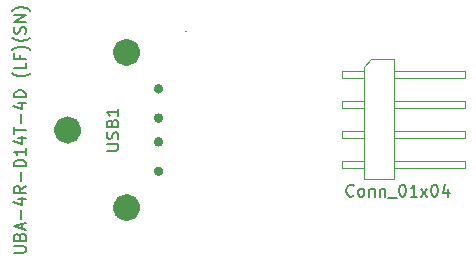
<source format=gbr>
G04 #@! TF.GenerationSoftware,KiCad,Pcbnew,8.0.4*
G04 #@! TF.CreationDate,2024-08-15T12:45:58+02:00*
G04 #@! TF.ProjectId,usb A,75736220-412e-46b6-9963-61645f706362,rev?*
G04 #@! TF.SameCoordinates,Original*
G04 #@! TF.FileFunction,AssemblyDrawing,Top*
%FSLAX46Y46*%
G04 Gerber Fmt 4.6, Leading zero omitted, Abs format (unit mm)*
G04 Created by KiCad (PCBNEW 8.0.4) date 2024-08-15 12:45:58*
%MOMM*%
%LPD*%
G01*
G04 APERTURE LIST*
%ADD10C,0.150000*%
%ADD11C,1.150000*%
%ADD12C,0.400000*%
%ADD13C,0.060000*%
%ADD14C,0.100000*%
G04 APERTURE END LIST*
D10*
X64754819Y-84404762D02*
X65564342Y-84404762D01*
X65564342Y-84404762D02*
X65659580Y-84357143D01*
X65659580Y-84357143D02*
X65707200Y-84309524D01*
X65707200Y-84309524D02*
X65754819Y-84214286D01*
X65754819Y-84214286D02*
X65754819Y-84023810D01*
X65754819Y-84023810D02*
X65707200Y-83928572D01*
X65707200Y-83928572D02*
X65659580Y-83880953D01*
X65659580Y-83880953D02*
X65564342Y-83833334D01*
X65564342Y-83833334D02*
X64754819Y-83833334D01*
X65231009Y-83023810D02*
X65278628Y-82880953D01*
X65278628Y-82880953D02*
X65326247Y-82833334D01*
X65326247Y-82833334D02*
X65421485Y-82785715D01*
X65421485Y-82785715D02*
X65564342Y-82785715D01*
X65564342Y-82785715D02*
X65659580Y-82833334D01*
X65659580Y-82833334D02*
X65707200Y-82880953D01*
X65707200Y-82880953D02*
X65754819Y-82976191D01*
X65754819Y-82976191D02*
X65754819Y-83357143D01*
X65754819Y-83357143D02*
X64754819Y-83357143D01*
X64754819Y-83357143D02*
X64754819Y-83023810D01*
X64754819Y-83023810D02*
X64802438Y-82928572D01*
X64802438Y-82928572D02*
X64850057Y-82880953D01*
X64850057Y-82880953D02*
X64945295Y-82833334D01*
X64945295Y-82833334D02*
X65040533Y-82833334D01*
X65040533Y-82833334D02*
X65135771Y-82880953D01*
X65135771Y-82880953D02*
X65183390Y-82928572D01*
X65183390Y-82928572D02*
X65231009Y-83023810D01*
X65231009Y-83023810D02*
X65231009Y-83357143D01*
X65469104Y-82404762D02*
X65469104Y-81928572D01*
X65754819Y-82500000D02*
X64754819Y-82166667D01*
X64754819Y-82166667D02*
X65754819Y-81833334D01*
X65373866Y-81500000D02*
X65373866Y-80738096D01*
X65088152Y-79833334D02*
X65754819Y-79833334D01*
X64707200Y-80071429D02*
X65421485Y-80309524D01*
X65421485Y-80309524D02*
X65421485Y-79690477D01*
X65754819Y-78738096D02*
X65278628Y-79071429D01*
X65754819Y-79309524D02*
X64754819Y-79309524D01*
X64754819Y-79309524D02*
X64754819Y-78928572D01*
X64754819Y-78928572D02*
X64802438Y-78833334D01*
X64802438Y-78833334D02*
X64850057Y-78785715D01*
X64850057Y-78785715D02*
X64945295Y-78738096D01*
X64945295Y-78738096D02*
X65088152Y-78738096D01*
X65088152Y-78738096D02*
X65183390Y-78785715D01*
X65183390Y-78785715D02*
X65231009Y-78833334D01*
X65231009Y-78833334D02*
X65278628Y-78928572D01*
X65278628Y-78928572D02*
X65278628Y-79309524D01*
X65373866Y-78309524D02*
X65373866Y-77547620D01*
X65754819Y-77071429D02*
X64754819Y-77071429D01*
X64754819Y-77071429D02*
X64754819Y-76833334D01*
X64754819Y-76833334D02*
X64802438Y-76690477D01*
X64802438Y-76690477D02*
X64897676Y-76595239D01*
X64897676Y-76595239D02*
X64992914Y-76547620D01*
X64992914Y-76547620D02*
X65183390Y-76500001D01*
X65183390Y-76500001D02*
X65326247Y-76500001D01*
X65326247Y-76500001D02*
X65516723Y-76547620D01*
X65516723Y-76547620D02*
X65611961Y-76595239D01*
X65611961Y-76595239D02*
X65707200Y-76690477D01*
X65707200Y-76690477D02*
X65754819Y-76833334D01*
X65754819Y-76833334D02*
X65754819Y-77071429D01*
X65754819Y-75547620D02*
X65754819Y-76119048D01*
X65754819Y-75833334D02*
X64754819Y-75833334D01*
X64754819Y-75833334D02*
X64897676Y-75928572D01*
X64897676Y-75928572D02*
X64992914Y-76023810D01*
X64992914Y-76023810D02*
X65040533Y-76119048D01*
X65088152Y-74690477D02*
X65754819Y-74690477D01*
X64707200Y-74928572D02*
X65421485Y-75166667D01*
X65421485Y-75166667D02*
X65421485Y-74547620D01*
X64754819Y-74309524D02*
X64754819Y-73738096D01*
X65754819Y-74023810D02*
X64754819Y-74023810D01*
X65373866Y-73404762D02*
X65373866Y-72642858D01*
X65088152Y-71738096D02*
X65754819Y-71738096D01*
X64707200Y-71976191D02*
X65421485Y-72214286D01*
X65421485Y-72214286D02*
X65421485Y-71595239D01*
X65754819Y-71214286D02*
X64754819Y-71214286D01*
X64754819Y-71214286D02*
X64754819Y-70976191D01*
X64754819Y-70976191D02*
X64802438Y-70833334D01*
X64802438Y-70833334D02*
X64897676Y-70738096D01*
X64897676Y-70738096D02*
X64992914Y-70690477D01*
X64992914Y-70690477D02*
X65183390Y-70642858D01*
X65183390Y-70642858D02*
X65326247Y-70642858D01*
X65326247Y-70642858D02*
X65516723Y-70690477D01*
X65516723Y-70690477D02*
X65611961Y-70738096D01*
X65611961Y-70738096D02*
X65707200Y-70833334D01*
X65707200Y-70833334D02*
X65754819Y-70976191D01*
X65754819Y-70976191D02*
X65754819Y-71214286D01*
X66135771Y-69166667D02*
X66088152Y-69214286D01*
X66088152Y-69214286D02*
X65945295Y-69309524D01*
X65945295Y-69309524D02*
X65850057Y-69357143D01*
X65850057Y-69357143D02*
X65707200Y-69404762D01*
X65707200Y-69404762D02*
X65469104Y-69452381D01*
X65469104Y-69452381D02*
X65278628Y-69452381D01*
X65278628Y-69452381D02*
X65040533Y-69404762D01*
X65040533Y-69404762D02*
X64897676Y-69357143D01*
X64897676Y-69357143D02*
X64802438Y-69309524D01*
X64802438Y-69309524D02*
X64659580Y-69214286D01*
X64659580Y-69214286D02*
X64611961Y-69166667D01*
X65754819Y-68309524D02*
X65754819Y-68785714D01*
X65754819Y-68785714D02*
X64754819Y-68785714D01*
X65231009Y-67642857D02*
X65231009Y-67976190D01*
X65754819Y-67976190D02*
X64754819Y-67976190D01*
X64754819Y-67976190D02*
X64754819Y-67500000D01*
X66135771Y-67214285D02*
X66088152Y-67166666D01*
X66088152Y-67166666D02*
X65945295Y-67071428D01*
X65945295Y-67071428D02*
X65850057Y-67023809D01*
X65850057Y-67023809D02*
X65707200Y-66976190D01*
X65707200Y-66976190D02*
X65469104Y-66928571D01*
X65469104Y-66928571D02*
X65278628Y-66928571D01*
X65278628Y-66928571D02*
X65040533Y-66976190D01*
X65040533Y-66976190D02*
X64897676Y-67023809D01*
X64897676Y-67023809D02*
X64802438Y-67071428D01*
X64802438Y-67071428D02*
X64659580Y-67166666D01*
X64659580Y-67166666D02*
X64611961Y-67214285D01*
X66135771Y-66166666D02*
X66088152Y-66214285D01*
X66088152Y-66214285D02*
X65945295Y-66309523D01*
X65945295Y-66309523D02*
X65850057Y-66357142D01*
X65850057Y-66357142D02*
X65707200Y-66404761D01*
X65707200Y-66404761D02*
X65469104Y-66452380D01*
X65469104Y-66452380D02*
X65278628Y-66452380D01*
X65278628Y-66452380D02*
X65040533Y-66404761D01*
X65040533Y-66404761D02*
X64897676Y-66357142D01*
X64897676Y-66357142D02*
X64802438Y-66309523D01*
X64802438Y-66309523D02*
X64659580Y-66214285D01*
X64659580Y-66214285D02*
X64611961Y-66166666D01*
X65707200Y-65833332D02*
X65754819Y-65690475D01*
X65754819Y-65690475D02*
X65754819Y-65452380D01*
X65754819Y-65452380D02*
X65707200Y-65357142D01*
X65707200Y-65357142D02*
X65659580Y-65309523D01*
X65659580Y-65309523D02*
X65564342Y-65261904D01*
X65564342Y-65261904D02*
X65469104Y-65261904D01*
X65469104Y-65261904D02*
X65373866Y-65309523D01*
X65373866Y-65309523D02*
X65326247Y-65357142D01*
X65326247Y-65357142D02*
X65278628Y-65452380D01*
X65278628Y-65452380D02*
X65231009Y-65642856D01*
X65231009Y-65642856D02*
X65183390Y-65738094D01*
X65183390Y-65738094D02*
X65135771Y-65785713D01*
X65135771Y-65785713D02*
X65040533Y-65833332D01*
X65040533Y-65833332D02*
X64945295Y-65833332D01*
X64945295Y-65833332D02*
X64850057Y-65785713D01*
X64850057Y-65785713D02*
X64802438Y-65738094D01*
X64802438Y-65738094D02*
X64754819Y-65642856D01*
X64754819Y-65642856D02*
X64754819Y-65404761D01*
X64754819Y-65404761D02*
X64802438Y-65261904D01*
X65754819Y-64833332D02*
X64754819Y-64833332D01*
X64754819Y-64833332D02*
X65754819Y-64261904D01*
X65754819Y-64261904D02*
X64754819Y-64261904D01*
X66135771Y-63880951D02*
X66088152Y-63833332D01*
X66088152Y-63833332D02*
X65945295Y-63738094D01*
X65945295Y-63738094D02*
X65850057Y-63690475D01*
X65850057Y-63690475D02*
X65707200Y-63642856D01*
X65707200Y-63642856D02*
X65469104Y-63595237D01*
X65469104Y-63595237D02*
X65278628Y-63595237D01*
X65278628Y-63595237D02*
X65040533Y-63642856D01*
X65040533Y-63642856D02*
X64897676Y-63690475D01*
X64897676Y-63690475D02*
X64802438Y-63738094D01*
X64802438Y-63738094D02*
X64659580Y-63833332D01*
X64659580Y-63833332D02*
X64611961Y-63880951D01*
X72604819Y-75738094D02*
X73414342Y-75738094D01*
X73414342Y-75738094D02*
X73509580Y-75690475D01*
X73509580Y-75690475D02*
X73557200Y-75642856D01*
X73557200Y-75642856D02*
X73604819Y-75547618D01*
X73604819Y-75547618D02*
X73604819Y-75357142D01*
X73604819Y-75357142D02*
X73557200Y-75261904D01*
X73557200Y-75261904D02*
X73509580Y-75214285D01*
X73509580Y-75214285D02*
X73414342Y-75166666D01*
X73414342Y-75166666D02*
X72604819Y-75166666D01*
X73557200Y-74738094D02*
X73604819Y-74595237D01*
X73604819Y-74595237D02*
X73604819Y-74357142D01*
X73604819Y-74357142D02*
X73557200Y-74261904D01*
X73557200Y-74261904D02*
X73509580Y-74214285D01*
X73509580Y-74214285D02*
X73414342Y-74166666D01*
X73414342Y-74166666D02*
X73319104Y-74166666D01*
X73319104Y-74166666D02*
X73223866Y-74214285D01*
X73223866Y-74214285D02*
X73176247Y-74261904D01*
X73176247Y-74261904D02*
X73128628Y-74357142D01*
X73128628Y-74357142D02*
X73081009Y-74547618D01*
X73081009Y-74547618D02*
X73033390Y-74642856D01*
X73033390Y-74642856D02*
X72985771Y-74690475D01*
X72985771Y-74690475D02*
X72890533Y-74738094D01*
X72890533Y-74738094D02*
X72795295Y-74738094D01*
X72795295Y-74738094D02*
X72700057Y-74690475D01*
X72700057Y-74690475D02*
X72652438Y-74642856D01*
X72652438Y-74642856D02*
X72604819Y-74547618D01*
X72604819Y-74547618D02*
X72604819Y-74309523D01*
X72604819Y-74309523D02*
X72652438Y-74166666D01*
X73081009Y-73404761D02*
X73128628Y-73261904D01*
X73128628Y-73261904D02*
X73176247Y-73214285D01*
X73176247Y-73214285D02*
X73271485Y-73166666D01*
X73271485Y-73166666D02*
X73414342Y-73166666D01*
X73414342Y-73166666D02*
X73509580Y-73214285D01*
X73509580Y-73214285D02*
X73557200Y-73261904D01*
X73557200Y-73261904D02*
X73604819Y-73357142D01*
X73604819Y-73357142D02*
X73604819Y-73738094D01*
X73604819Y-73738094D02*
X72604819Y-73738094D01*
X72604819Y-73738094D02*
X72604819Y-73404761D01*
X72604819Y-73404761D02*
X72652438Y-73309523D01*
X72652438Y-73309523D02*
X72700057Y-73261904D01*
X72700057Y-73261904D02*
X72795295Y-73214285D01*
X72795295Y-73214285D02*
X72890533Y-73214285D01*
X72890533Y-73214285D02*
X72985771Y-73261904D01*
X72985771Y-73261904D02*
X73033390Y-73309523D01*
X73033390Y-73309523D02*
X73081009Y-73404761D01*
X73081009Y-73404761D02*
X73081009Y-73738094D01*
X73604819Y-72214285D02*
X73604819Y-72785713D01*
X73604819Y-72499999D02*
X72604819Y-72499999D01*
X72604819Y-72499999D02*
X72747676Y-72595237D01*
X72747676Y-72595237D02*
X72842914Y-72690475D01*
X72842914Y-72690475D02*
X72890533Y-72785713D01*
X93521904Y-79534580D02*
X93474285Y-79582200D01*
X93474285Y-79582200D02*
X93331428Y-79629819D01*
X93331428Y-79629819D02*
X93236190Y-79629819D01*
X93236190Y-79629819D02*
X93093333Y-79582200D01*
X93093333Y-79582200D02*
X92998095Y-79486961D01*
X92998095Y-79486961D02*
X92950476Y-79391723D01*
X92950476Y-79391723D02*
X92902857Y-79201247D01*
X92902857Y-79201247D02*
X92902857Y-79058390D01*
X92902857Y-79058390D02*
X92950476Y-78867914D01*
X92950476Y-78867914D02*
X92998095Y-78772676D01*
X92998095Y-78772676D02*
X93093333Y-78677438D01*
X93093333Y-78677438D02*
X93236190Y-78629819D01*
X93236190Y-78629819D02*
X93331428Y-78629819D01*
X93331428Y-78629819D02*
X93474285Y-78677438D01*
X93474285Y-78677438D02*
X93521904Y-78725057D01*
X94093333Y-79629819D02*
X93998095Y-79582200D01*
X93998095Y-79582200D02*
X93950476Y-79534580D01*
X93950476Y-79534580D02*
X93902857Y-79439342D01*
X93902857Y-79439342D02*
X93902857Y-79153628D01*
X93902857Y-79153628D02*
X93950476Y-79058390D01*
X93950476Y-79058390D02*
X93998095Y-79010771D01*
X93998095Y-79010771D02*
X94093333Y-78963152D01*
X94093333Y-78963152D02*
X94236190Y-78963152D01*
X94236190Y-78963152D02*
X94331428Y-79010771D01*
X94331428Y-79010771D02*
X94379047Y-79058390D01*
X94379047Y-79058390D02*
X94426666Y-79153628D01*
X94426666Y-79153628D02*
X94426666Y-79439342D01*
X94426666Y-79439342D02*
X94379047Y-79534580D01*
X94379047Y-79534580D02*
X94331428Y-79582200D01*
X94331428Y-79582200D02*
X94236190Y-79629819D01*
X94236190Y-79629819D02*
X94093333Y-79629819D01*
X94855238Y-78963152D02*
X94855238Y-79629819D01*
X94855238Y-79058390D02*
X94902857Y-79010771D01*
X94902857Y-79010771D02*
X94998095Y-78963152D01*
X94998095Y-78963152D02*
X95140952Y-78963152D01*
X95140952Y-78963152D02*
X95236190Y-79010771D01*
X95236190Y-79010771D02*
X95283809Y-79106009D01*
X95283809Y-79106009D02*
X95283809Y-79629819D01*
X95760000Y-78963152D02*
X95760000Y-79629819D01*
X95760000Y-79058390D02*
X95807619Y-79010771D01*
X95807619Y-79010771D02*
X95902857Y-78963152D01*
X95902857Y-78963152D02*
X96045714Y-78963152D01*
X96045714Y-78963152D02*
X96140952Y-79010771D01*
X96140952Y-79010771D02*
X96188571Y-79106009D01*
X96188571Y-79106009D02*
X96188571Y-79629819D01*
X96426667Y-79725057D02*
X97188571Y-79725057D01*
X97617143Y-78629819D02*
X97712381Y-78629819D01*
X97712381Y-78629819D02*
X97807619Y-78677438D01*
X97807619Y-78677438D02*
X97855238Y-78725057D01*
X97855238Y-78725057D02*
X97902857Y-78820295D01*
X97902857Y-78820295D02*
X97950476Y-79010771D01*
X97950476Y-79010771D02*
X97950476Y-79248866D01*
X97950476Y-79248866D02*
X97902857Y-79439342D01*
X97902857Y-79439342D02*
X97855238Y-79534580D01*
X97855238Y-79534580D02*
X97807619Y-79582200D01*
X97807619Y-79582200D02*
X97712381Y-79629819D01*
X97712381Y-79629819D02*
X97617143Y-79629819D01*
X97617143Y-79629819D02*
X97521905Y-79582200D01*
X97521905Y-79582200D02*
X97474286Y-79534580D01*
X97474286Y-79534580D02*
X97426667Y-79439342D01*
X97426667Y-79439342D02*
X97379048Y-79248866D01*
X97379048Y-79248866D02*
X97379048Y-79010771D01*
X97379048Y-79010771D02*
X97426667Y-78820295D01*
X97426667Y-78820295D02*
X97474286Y-78725057D01*
X97474286Y-78725057D02*
X97521905Y-78677438D01*
X97521905Y-78677438D02*
X97617143Y-78629819D01*
X98902857Y-79629819D02*
X98331429Y-79629819D01*
X98617143Y-79629819D02*
X98617143Y-78629819D01*
X98617143Y-78629819D02*
X98521905Y-78772676D01*
X98521905Y-78772676D02*
X98426667Y-78867914D01*
X98426667Y-78867914D02*
X98331429Y-78915533D01*
X99236191Y-79629819D02*
X99760000Y-78963152D01*
X99236191Y-78963152D02*
X99760000Y-79629819D01*
X100331429Y-78629819D02*
X100426667Y-78629819D01*
X100426667Y-78629819D02*
X100521905Y-78677438D01*
X100521905Y-78677438D02*
X100569524Y-78725057D01*
X100569524Y-78725057D02*
X100617143Y-78820295D01*
X100617143Y-78820295D02*
X100664762Y-79010771D01*
X100664762Y-79010771D02*
X100664762Y-79248866D01*
X100664762Y-79248866D02*
X100617143Y-79439342D01*
X100617143Y-79439342D02*
X100569524Y-79534580D01*
X100569524Y-79534580D02*
X100521905Y-79582200D01*
X100521905Y-79582200D02*
X100426667Y-79629819D01*
X100426667Y-79629819D02*
X100331429Y-79629819D01*
X100331429Y-79629819D02*
X100236191Y-79582200D01*
X100236191Y-79582200D02*
X100188572Y-79534580D01*
X100188572Y-79534580D02*
X100140953Y-79439342D01*
X100140953Y-79439342D02*
X100093334Y-79248866D01*
X100093334Y-79248866D02*
X100093334Y-79010771D01*
X100093334Y-79010771D02*
X100140953Y-78820295D01*
X100140953Y-78820295D02*
X100188572Y-78725057D01*
X100188572Y-78725057D02*
X100236191Y-78677438D01*
X100236191Y-78677438D02*
X100331429Y-78629819D01*
X101521905Y-78963152D02*
X101521905Y-79629819D01*
X101283810Y-78582200D02*
X101045715Y-79296485D01*
X101045715Y-79296485D02*
X101664762Y-79296485D01*
D11*
G04 #@! TO.C,USB1*
X69880000Y-74000000D02*
G75*
G02*
X68720000Y-74000000I-580000J0D01*
G01*
X68720000Y-74000000D02*
G75*
G02*
X69880000Y-74000000I580000J0D01*
G01*
X74870000Y-67430000D02*
G75*
G02*
X73710000Y-67430000I-580000J0D01*
G01*
X73710000Y-67430000D02*
G75*
G02*
X74870000Y-67430000I580000J0D01*
G01*
X74870000Y-80570000D02*
G75*
G02*
X73710000Y-80570000I-580000J0D01*
G01*
X73710000Y-80570000D02*
G75*
G02*
X74870000Y-80570000I580000J0D01*
G01*
D12*
X77200000Y-70500000D02*
G75*
G02*
X76800000Y-70500000I-200000J0D01*
G01*
X76800000Y-70500000D02*
G75*
G02*
X77200000Y-70500000I200000J0D01*
G01*
X77200000Y-73000000D02*
G75*
G02*
X76800000Y-73000000I-200000J0D01*
G01*
X76800000Y-73000000D02*
G75*
G02*
X77200000Y-73000000I200000J0D01*
G01*
X77200000Y-75000000D02*
G75*
G02*
X76800000Y-75000000I-200000J0D01*
G01*
X76800000Y-75000000D02*
G75*
G02*
X77200000Y-75000000I200000J0D01*
G01*
X77200000Y-77500000D02*
G75*
G02*
X76800000Y-77500000I-200000J0D01*
G01*
X76800000Y-77500000D02*
G75*
G02*
X77200000Y-77500000I200000J0D01*
G01*
D13*
X79360000Y-65680000D02*
G75*
G02*
X79300000Y-65680000I-30000J0D01*
G01*
X79300000Y-65680000D02*
G75*
G02*
X79360000Y-65680000I30000J0D01*
G01*
D14*
G04 #@! TO.C,J1*
X92555000Y-68965000D02*
X92555000Y-69605000D01*
X92555000Y-68965000D02*
X94375000Y-68965000D01*
X92555000Y-69605000D02*
X94375000Y-69605000D01*
X92555000Y-71505000D02*
X92555000Y-72145000D01*
X92555000Y-71505000D02*
X94375000Y-71505000D01*
X92555000Y-72145000D02*
X94375000Y-72145000D01*
X92555000Y-74045000D02*
X92555000Y-74685000D01*
X92555000Y-74045000D02*
X94375000Y-74045000D01*
X92555000Y-74685000D02*
X94375000Y-74685000D01*
X92555000Y-76585000D02*
X92555000Y-77225000D01*
X92555000Y-76585000D02*
X94375000Y-76585000D01*
X92555000Y-77225000D02*
X94375000Y-77225000D01*
X94375000Y-68650000D02*
X95010000Y-68015000D01*
X94375000Y-78175000D02*
X94375000Y-68650000D01*
X95010000Y-68015000D02*
X96915000Y-68015000D01*
X96915000Y-68015000D02*
X96915000Y-78175000D01*
X96915000Y-68965000D02*
X102915000Y-68965000D01*
X96915000Y-69605000D02*
X102915000Y-69605000D01*
X96915000Y-71505000D02*
X102915000Y-71505000D01*
X96915000Y-72145000D02*
X102915000Y-72145000D01*
X96915000Y-74045000D02*
X102915000Y-74045000D01*
X96915000Y-74685000D02*
X102915000Y-74685000D01*
X96915000Y-76585000D02*
X102915000Y-76585000D01*
X96915000Y-77225000D02*
X102915000Y-77225000D01*
X96915000Y-78175000D02*
X94375000Y-78175000D01*
X102915000Y-68965000D02*
X102915000Y-69605000D01*
X102915000Y-71505000D02*
X102915000Y-72145000D01*
X102915000Y-74045000D02*
X102915000Y-74685000D01*
X102915000Y-76585000D02*
X102915000Y-77225000D01*
G04 #@! TD*
M02*

</source>
